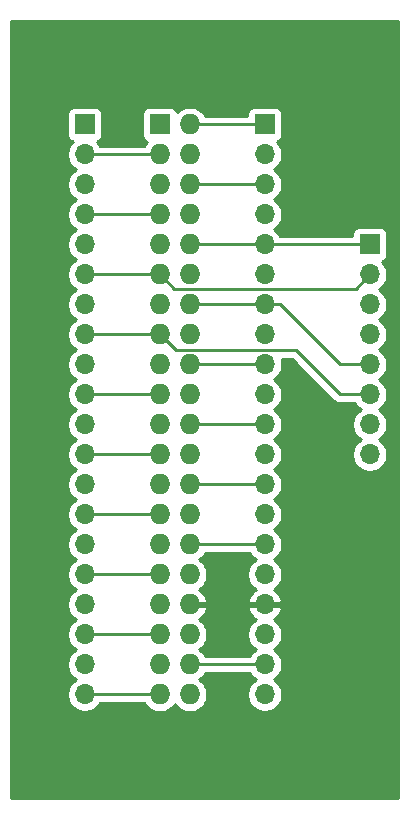
<source format=gbr>
%TF.GenerationSoftware,KiCad,Pcbnew,(5.1.6)-1*%
%TF.CreationDate,2020-08-11T03:39:42+02:00*%
%TF.ProjectId,Z80MiniFrameProtoConn,5a38304d-696e-4694-9672-616d6550726f,rev?*%
%TF.SameCoordinates,Original*%
%TF.FileFunction,Copper,L2,Bot*%
%TF.FilePolarity,Positive*%
%FSLAX46Y46*%
G04 Gerber Fmt 4.6, Leading zero omitted, Abs format (unit mm)*
G04 Created by KiCad (PCBNEW (5.1.6)-1) date 2020-08-11 03:39:42*
%MOMM*%
%LPD*%
G01*
G04 APERTURE LIST*
%TA.AperFunction,ComponentPad*%
%ADD10O,1.700000X1.700000*%
%TD*%
%TA.AperFunction,ComponentPad*%
%ADD11R,1.700000X1.700000*%
%TD*%
%TA.AperFunction,ComponentPad*%
%ADD12O,1.727200X1.727200*%
%TD*%
%TA.AperFunction,ComponentPad*%
%ADD13R,1.727200X1.727200*%
%TD*%
%TA.AperFunction,Conductor*%
%ADD14C,0.250000*%
%TD*%
%TA.AperFunction,Conductor*%
%ADD15C,0.254000*%
%TD*%
G04 APERTURE END LIST*
D10*
%TO.P,J4,8*%
%TO.N,/D7*%
X152400000Y-97790000D03*
%TO.P,J4,7*%
%TO.N,/D6*%
X152400000Y-95250000D03*
%TO.P,J4,6*%
%TO.N,/D5*%
X152400000Y-92710000D03*
%TO.P,J4,5*%
%TO.N,/D4*%
X152400000Y-90170000D03*
%TO.P,J4,4*%
%TO.N,/D3*%
X152400000Y-87630000D03*
%TO.P,J4,3*%
%TO.N,/D2*%
X152400000Y-85090000D03*
%TO.P,J4,2*%
%TO.N,/D1*%
X152400000Y-82550000D03*
D11*
%TO.P,J4,1*%
%TO.N,/D0*%
X152400000Y-80010000D03*
%TD*%
D10*
%TO.P,J3,20*%
%TO.N,Net-(J1-Pad40)*%
X143510000Y-118110000D03*
%TO.P,J3,19*%
%TO.N,Net-(J1-Pad38)*%
X143510000Y-115570000D03*
%TO.P,J3,18*%
%TO.N,Net-(J1-Pad36)*%
X143510000Y-113030000D03*
%TO.P,J3,17*%
%TO.N,GND*%
X143510000Y-110490000D03*
%TO.P,J3,16*%
%TO.N,Net-(J1-Pad32)*%
X143510000Y-107950000D03*
%TO.P,J3,15*%
%TO.N,Net-(J1-Pad30)*%
X143510000Y-105410000D03*
%TO.P,J3,14*%
%TO.N,Net-(J1-Pad28)*%
X143510000Y-102870000D03*
%TO.P,J3,13*%
%TO.N,Net-(J1-Pad26)*%
X143510000Y-100330000D03*
%TO.P,J3,12*%
%TO.N,Net-(J1-Pad24)*%
X143510000Y-97790000D03*
%TO.P,J3,11*%
%TO.N,Net-(J1-Pad22)*%
X143510000Y-95250000D03*
%TO.P,J3,10*%
%TO.N,Net-(J1-Pad20)*%
X143510000Y-92710000D03*
%TO.P,J3,9*%
%TO.N,Net-(J1-Pad18)*%
X143510000Y-90170000D03*
%TO.P,J3,8*%
%TO.N,/D6*%
X143510000Y-87630000D03*
%TO.P,J3,7*%
%TO.N,/D4*%
X143510000Y-85090000D03*
%TO.P,J3,6*%
%TO.N,/D2*%
X143510000Y-82550000D03*
%TO.P,J3,5*%
%TO.N,/D0*%
X143510000Y-80010000D03*
%TO.P,J3,4*%
%TO.N,Net-(J1-Pad8)*%
X143510000Y-77470000D03*
%TO.P,J3,3*%
%TO.N,Net-(J1-Pad6)*%
X143510000Y-74930000D03*
%TO.P,J3,2*%
%TO.N,Net-(J1-Pad4)*%
X143510000Y-72390000D03*
D11*
%TO.P,J3,1*%
%TO.N,Net-(J1-Pad2)*%
X143510000Y-69850000D03*
%TD*%
D10*
%TO.P,J2,20*%
%TO.N,Net-(J1-Pad39)*%
X128270000Y-118110000D03*
%TO.P,J2,19*%
%TO.N,Net-(J1-Pad37)*%
X128270000Y-115570000D03*
%TO.P,J2,18*%
%TO.N,Net-(J1-Pad35)*%
X128270000Y-113030000D03*
%TO.P,J2,17*%
%TO.N,Net-(J1-Pad33)*%
X128270000Y-110490000D03*
%TO.P,J2,16*%
%TO.N,Net-(J1-Pad31)*%
X128270000Y-107950000D03*
%TO.P,J2,15*%
%TO.N,Net-(J1-Pad29)*%
X128270000Y-105410000D03*
%TO.P,J2,14*%
%TO.N,Net-(J1-Pad27)*%
X128270000Y-102870000D03*
%TO.P,J2,13*%
%TO.N,Net-(J1-Pad25)*%
X128270000Y-100330000D03*
%TO.P,J2,12*%
%TO.N,Net-(J1-Pad23)*%
X128270000Y-97790000D03*
%TO.P,J2,11*%
%TO.N,Net-(J1-Pad21)*%
X128270000Y-95250000D03*
%TO.P,J2,10*%
%TO.N,Net-(J1-Pad19)*%
X128270000Y-92710000D03*
%TO.P,J2,9*%
%TO.N,/D7*%
X128270000Y-90170000D03*
%TO.P,J2,8*%
%TO.N,/D5*%
X128270000Y-87630000D03*
%TO.P,J2,7*%
%TO.N,/D3*%
X128270000Y-85090000D03*
%TO.P,J2,6*%
%TO.N,/D1*%
X128270000Y-82550000D03*
%TO.P,J2,5*%
%TO.N,VCC*%
X128270000Y-80010000D03*
%TO.P,J2,4*%
%TO.N,Net-(J1-Pad7)*%
X128270000Y-77470000D03*
%TO.P,J2,3*%
%TO.N,Net-(J1-Pad5)*%
X128270000Y-74930000D03*
%TO.P,J2,2*%
%TO.N,Net-(J1-Pad3)*%
X128270000Y-72390000D03*
D11*
%TO.P,J2,1*%
%TO.N,Net-(J1-Pad1)*%
X128270000Y-69850000D03*
%TD*%
D12*
%TO.P,J1,40*%
%TO.N,Net-(J1-Pad40)*%
X137160000Y-118110000D03*
%TO.P,J1,39*%
%TO.N,Net-(J1-Pad39)*%
X134620000Y-118110000D03*
%TO.P,J1,38*%
%TO.N,Net-(J1-Pad38)*%
X137160000Y-115570000D03*
%TO.P,J1,37*%
%TO.N,Net-(J1-Pad37)*%
X134620000Y-115570000D03*
%TO.P,J1,36*%
%TO.N,Net-(J1-Pad36)*%
X137160000Y-113030000D03*
%TO.P,J1,35*%
%TO.N,Net-(J1-Pad35)*%
X134620000Y-113030000D03*
%TO.P,J1,34*%
%TO.N,GND*%
X137160000Y-110490000D03*
%TO.P,J1,33*%
%TO.N,Net-(J1-Pad33)*%
X134620000Y-110490000D03*
%TO.P,J1,32*%
%TO.N,Net-(J1-Pad32)*%
X137160000Y-107950000D03*
%TO.P,J1,31*%
%TO.N,Net-(J1-Pad31)*%
X134620000Y-107950000D03*
%TO.P,J1,30*%
%TO.N,Net-(J1-Pad30)*%
X137160000Y-105410000D03*
%TO.P,J1,29*%
%TO.N,Net-(J1-Pad29)*%
X134620000Y-105410000D03*
%TO.P,J1,28*%
%TO.N,Net-(J1-Pad28)*%
X137160000Y-102870000D03*
%TO.P,J1,27*%
%TO.N,Net-(J1-Pad27)*%
X134620000Y-102870000D03*
%TO.P,J1,26*%
%TO.N,Net-(J1-Pad26)*%
X137160000Y-100330000D03*
%TO.P,J1,25*%
%TO.N,Net-(J1-Pad25)*%
X134620000Y-100330000D03*
%TO.P,J1,24*%
%TO.N,Net-(J1-Pad24)*%
X137160000Y-97790000D03*
%TO.P,J1,23*%
%TO.N,Net-(J1-Pad23)*%
X134620000Y-97790000D03*
%TO.P,J1,22*%
%TO.N,Net-(J1-Pad22)*%
X137160000Y-95250000D03*
%TO.P,J1,21*%
%TO.N,Net-(J1-Pad21)*%
X134620000Y-95250000D03*
%TO.P,J1,20*%
%TO.N,Net-(J1-Pad20)*%
X137160000Y-92710000D03*
%TO.P,J1,19*%
%TO.N,Net-(J1-Pad19)*%
X134620000Y-92710000D03*
%TO.P,J1,18*%
%TO.N,Net-(J1-Pad18)*%
X137160000Y-90170000D03*
%TO.P,J1,17*%
%TO.N,/D7*%
X134620000Y-90170000D03*
%TO.P,J1,16*%
%TO.N,/D6*%
X137160000Y-87630000D03*
%TO.P,J1,15*%
%TO.N,/D5*%
X134620000Y-87630000D03*
%TO.P,J1,14*%
%TO.N,/D4*%
X137160000Y-85090000D03*
%TO.P,J1,13*%
%TO.N,/D3*%
X134620000Y-85090000D03*
%TO.P,J1,12*%
%TO.N,/D2*%
X137160000Y-82550000D03*
%TO.P,J1,11*%
%TO.N,/D1*%
X134620000Y-82550000D03*
%TO.P,J1,10*%
%TO.N,/D0*%
X137160000Y-80010000D03*
%TO.P,J1,9*%
%TO.N,VCC*%
X134620000Y-80010000D03*
%TO.P,J1,8*%
%TO.N,Net-(J1-Pad8)*%
X137160000Y-77470000D03*
%TO.P,J1,7*%
%TO.N,Net-(J1-Pad7)*%
X134620000Y-77470000D03*
%TO.P,J1,6*%
%TO.N,Net-(J1-Pad6)*%
X137160000Y-74930000D03*
%TO.P,J1,5*%
%TO.N,Net-(J1-Pad5)*%
X134620000Y-74930000D03*
%TO.P,J1,4*%
%TO.N,Net-(J1-Pad4)*%
X137160000Y-72390000D03*
%TO.P,J1,3*%
%TO.N,Net-(J1-Pad3)*%
X134620000Y-72390000D03*
%TO.P,J1,2*%
%TO.N,Net-(J1-Pad2)*%
X137160000Y-69850000D03*
D13*
%TO.P,J1,1*%
%TO.N,Net-(J1-Pad1)*%
X134620000Y-69850000D03*
%TD*%
D14*
%TO.N,Net-(J1-Pad39)*%
X128270000Y-118110000D02*
X134620000Y-118110000D01*
%TO.N,Net-(J1-Pad38)*%
X137160000Y-115570000D02*
X143510000Y-115570000D01*
%TO.N,Net-(J1-Pad35)*%
X128270000Y-113030000D02*
X134620000Y-113030000D01*
%TO.N,Net-(J1-Pad31)*%
X128270000Y-107950000D02*
X134620000Y-107950000D01*
%TO.N,Net-(J1-Pad30)*%
X137160000Y-105410000D02*
X143510000Y-105410000D01*
%TO.N,Net-(J1-Pad27)*%
X128270000Y-102870000D02*
X134620000Y-102870000D01*
%TO.N,Net-(J1-Pad26)*%
X137160000Y-100330000D02*
X143510000Y-100330000D01*
%TO.N,Net-(J1-Pad23)*%
X128270000Y-97790000D02*
X134620000Y-97790000D01*
%TO.N,Net-(J1-Pad22)*%
X137160000Y-95250000D02*
X143510000Y-95250000D01*
%TO.N,Net-(J1-Pad19)*%
X128270000Y-92710000D02*
X134620000Y-92710000D01*
%TO.N,Net-(J1-Pad18)*%
X137160000Y-90170000D02*
X143510000Y-90170000D01*
%TO.N,/D5*%
X128270000Y-87630000D02*
X134620000Y-87630000D01*
%TO.N,/D4*%
X137160000Y-85090000D02*
X143510000Y-85090000D01*
%TO.N,/D1*%
X128270000Y-82550000D02*
X134620000Y-82550000D01*
%TO.N,/D0*%
X137160000Y-80010000D02*
X143510000Y-80010000D01*
%TO.N,Net-(J1-Pad7)*%
X128270000Y-77470000D02*
X134620000Y-77470000D01*
%TO.N,Net-(J1-Pad6)*%
X137160000Y-74930000D02*
X143510000Y-74930000D01*
%TO.N,Net-(J1-Pad3)*%
X128270000Y-72390000D02*
X134620000Y-72390000D01*
%TO.N,Net-(J1-Pad2)*%
X137160000Y-69850000D02*
X143510000Y-69850000D01*
%TO.N,/D5*%
X135971399Y-88981399D02*
X146131399Y-88981399D01*
X134620000Y-87630000D02*
X135971399Y-88981399D01*
X149860000Y-92710000D02*
X152400000Y-92710000D01*
X146131399Y-88981399D02*
X149860000Y-92710000D01*
%TO.N,/D4*%
X143510000Y-85090000D02*
X144780000Y-85090000D01*
X149860000Y-90170000D02*
X152400000Y-90170000D01*
X144780000Y-85090000D02*
X149860000Y-90170000D01*
%TO.N,/D1*%
X151211399Y-83738601D02*
X152400000Y-82550000D01*
X135808601Y-83738601D02*
X151211399Y-83738601D01*
X134620000Y-82550000D02*
X135808601Y-83738601D01*
%TO.N,/D0*%
X143510000Y-80010000D02*
X152400000Y-80010000D01*
%TD*%
D15*
%TO.N,GND*%
G36*
X154813000Y-126873000D02*
G01*
X122047000Y-126873000D01*
X122047000Y-69000000D01*
X126781928Y-69000000D01*
X126781928Y-70700000D01*
X126794188Y-70824482D01*
X126830498Y-70944180D01*
X126889463Y-71054494D01*
X126968815Y-71151185D01*
X127065506Y-71230537D01*
X127175820Y-71289502D01*
X127248380Y-71311513D01*
X127116525Y-71443368D01*
X126954010Y-71686589D01*
X126842068Y-71956842D01*
X126785000Y-72243740D01*
X126785000Y-72536260D01*
X126842068Y-72823158D01*
X126954010Y-73093411D01*
X127116525Y-73336632D01*
X127323368Y-73543475D01*
X127497760Y-73660000D01*
X127323368Y-73776525D01*
X127116525Y-73983368D01*
X126954010Y-74226589D01*
X126842068Y-74496842D01*
X126785000Y-74783740D01*
X126785000Y-75076260D01*
X126842068Y-75363158D01*
X126954010Y-75633411D01*
X127116525Y-75876632D01*
X127323368Y-76083475D01*
X127497760Y-76200000D01*
X127323368Y-76316525D01*
X127116525Y-76523368D01*
X126954010Y-76766589D01*
X126842068Y-77036842D01*
X126785000Y-77323740D01*
X126785000Y-77616260D01*
X126842068Y-77903158D01*
X126954010Y-78173411D01*
X127116525Y-78416632D01*
X127323368Y-78623475D01*
X127497760Y-78740000D01*
X127323368Y-78856525D01*
X127116525Y-79063368D01*
X126954010Y-79306589D01*
X126842068Y-79576842D01*
X126785000Y-79863740D01*
X126785000Y-80156260D01*
X126842068Y-80443158D01*
X126954010Y-80713411D01*
X127116525Y-80956632D01*
X127323368Y-81163475D01*
X127497760Y-81280000D01*
X127323368Y-81396525D01*
X127116525Y-81603368D01*
X126954010Y-81846589D01*
X126842068Y-82116842D01*
X126785000Y-82403740D01*
X126785000Y-82696260D01*
X126842068Y-82983158D01*
X126954010Y-83253411D01*
X127116525Y-83496632D01*
X127323368Y-83703475D01*
X127497760Y-83820000D01*
X127323368Y-83936525D01*
X127116525Y-84143368D01*
X126954010Y-84386589D01*
X126842068Y-84656842D01*
X126785000Y-84943740D01*
X126785000Y-85236260D01*
X126842068Y-85523158D01*
X126954010Y-85793411D01*
X127116525Y-86036632D01*
X127323368Y-86243475D01*
X127497760Y-86360000D01*
X127323368Y-86476525D01*
X127116525Y-86683368D01*
X126954010Y-86926589D01*
X126842068Y-87196842D01*
X126785000Y-87483740D01*
X126785000Y-87776260D01*
X126842068Y-88063158D01*
X126954010Y-88333411D01*
X127116525Y-88576632D01*
X127323368Y-88783475D01*
X127497760Y-88900000D01*
X127323368Y-89016525D01*
X127116525Y-89223368D01*
X126954010Y-89466589D01*
X126842068Y-89736842D01*
X126785000Y-90023740D01*
X126785000Y-90316260D01*
X126842068Y-90603158D01*
X126954010Y-90873411D01*
X127116525Y-91116632D01*
X127323368Y-91323475D01*
X127497760Y-91440000D01*
X127323368Y-91556525D01*
X127116525Y-91763368D01*
X126954010Y-92006589D01*
X126842068Y-92276842D01*
X126785000Y-92563740D01*
X126785000Y-92856260D01*
X126842068Y-93143158D01*
X126954010Y-93413411D01*
X127116525Y-93656632D01*
X127323368Y-93863475D01*
X127497760Y-93980000D01*
X127323368Y-94096525D01*
X127116525Y-94303368D01*
X126954010Y-94546589D01*
X126842068Y-94816842D01*
X126785000Y-95103740D01*
X126785000Y-95396260D01*
X126842068Y-95683158D01*
X126954010Y-95953411D01*
X127116525Y-96196632D01*
X127323368Y-96403475D01*
X127497760Y-96520000D01*
X127323368Y-96636525D01*
X127116525Y-96843368D01*
X126954010Y-97086589D01*
X126842068Y-97356842D01*
X126785000Y-97643740D01*
X126785000Y-97936260D01*
X126842068Y-98223158D01*
X126954010Y-98493411D01*
X127116525Y-98736632D01*
X127323368Y-98943475D01*
X127497760Y-99060000D01*
X127323368Y-99176525D01*
X127116525Y-99383368D01*
X126954010Y-99626589D01*
X126842068Y-99896842D01*
X126785000Y-100183740D01*
X126785000Y-100476260D01*
X126842068Y-100763158D01*
X126954010Y-101033411D01*
X127116525Y-101276632D01*
X127323368Y-101483475D01*
X127497760Y-101600000D01*
X127323368Y-101716525D01*
X127116525Y-101923368D01*
X126954010Y-102166589D01*
X126842068Y-102436842D01*
X126785000Y-102723740D01*
X126785000Y-103016260D01*
X126842068Y-103303158D01*
X126954010Y-103573411D01*
X127116525Y-103816632D01*
X127323368Y-104023475D01*
X127497760Y-104140000D01*
X127323368Y-104256525D01*
X127116525Y-104463368D01*
X126954010Y-104706589D01*
X126842068Y-104976842D01*
X126785000Y-105263740D01*
X126785000Y-105556260D01*
X126842068Y-105843158D01*
X126954010Y-106113411D01*
X127116525Y-106356632D01*
X127323368Y-106563475D01*
X127497760Y-106680000D01*
X127323368Y-106796525D01*
X127116525Y-107003368D01*
X126954010Y-107246589D01*
X126842068Y-107516842D01*
X126785000Y-107803740D01*
X126785000Y-108096260D01*
X126842068Y-108383158D01*
X126954010Y-108653411D01*
X127116525Y-108896632D01*
X127323368Y-109103475D01*
X127497760Y-109220000D01*
X127323368Y-109336525D01*
X127116525Y-109543368D01*
X126954010Y-109786589D01*
X126842068Y-110056842D01*
X126785000Y-110343740D01*
X126785000Y-110636260D01*
X126842068Y-110923158D01*
X126954010Y-111193411D01*
X127116525Y-111436632D01*
X127323368Y-111643475D01*
X127497760Y-111760000D01*
X127323368Y-111876525D01*
X127116525Y-112083368D01*
X126954010Y-112326589D01*
X126842068Y-112596842D01*
X126785000Y-112883740D01*
X126785000Y-113176260D01*
X126842068Y-113463158D01*
X126954010Y-113733411D01*
X127116525Y-113976632D01*
X127323368Y-114183475D01*
X127497760Y-114300000D01*
X127323368Y-114416525D01*
X127116525Y-114623368D01*
X126954010Y-114866589D01*
X126842068Y-115136842D01*
X126785000Y-115423740D01*
X126785000Y-115716260D01*
X126842068Y-116003158D01*
X126954010Y-116273411D01*
X127116525Y-116516632D01*
X127323368Y-116723475D01*
X127497760Y-116840000D01*
X127323368Y-116956525D01*
X127116525Y-117163368D01*
X126954010Y-117406589D01*
X126842068Y-117676842D01*
X126785000Y-117963740D01*
X126785000Y-118256260D01*
X126842068Y-118543158D01*
X126954010Y-118813411D01*
X127116525Y-119056632D01*
X127323368Y-119263475D01*
X127566589Y-119425990D01*
X127836842Y-119537932D01*
X128123740Y-119595000D01*
X128416260Y-119595000D01*
X128703158Y-119537932D01*
X128973411Y-119425990D01*
X129216632Y-119263475D01*
X129423475Y-119056632D01*
X129548178Y-118870000D01*
X133325465Y-118870000D01*
X133455961Y-119065302D01*
X133664698Y-119274039D01*
X133910147Y-119438042D01*
X134182875Y-119551010D01*
X134472401Y-119608600D01*
X134767599Y-119608600D01*
X135057125Y-119551010D01*
X135329853Y-119438042D01*
X135575302Y-119274039D01*
X135784039Y-119065302D01*
X135890000Y-118906719D01*
X135995961Y-119065302D01*
X136204698Y-119274039D01*
X136450147Y-119438042D01*
X136722875Y-119551010D01*
X137012401Y-119608600D01*
X137307599Y-119608600D01*
X137597125Y-119551010D01*
X137869853Y-119438042D01*
X138115302Y-119274039D01*
X138324039Y-119065302D01*
X138488042Y-118819853D01*
X138601010Y-118547125D01*
X138658600Y-118257599D01*
X138658600Y-117962401D01*
X138601010Y-117672875D01*
X138488042Y-117400147D01*
X138324039Y-117154698D01*
X138115302Y-116945961D01*
X137956719Y-116840000D01*
X138115302Y-116734039D01*
X138324039Y-116525302D01*
X138454535Y-116330000D01*
X142231822Y-116330000D01*
X142356525Y-116516632D01*
X142563368Y-116723475D01*
X142737760Y-116840000D01*
X142563368Y-116956525D01*
X142356525Y-117163368D01*
X142194010Y-117406589D01*
X142082068Y-117676842D01*
X142025000Y-117963740D01*
X142025000Y-118256260D01*
X142082068Y-118543158D01*
X142194010Y-118813411D01*
X142356525Y-119056632D01*
X142563368Y-119263475D01*
X142806589Y-119425990D01*
X143076842Y-119537932D01*
X143363740Y-119595000D01*
X143656260Y-119595000D01*
X143943158Y-119537932D01*
X144213411Y-119425990D01*
X144456632Y-119263475D01*
X144663475Y-119056632D01*
X144825990Y-118813411D01*
X144937932Y-118543158D01*
X144995000Y-118256260D01*
X144995000Y-117963740D01*
X144937932Y-117676842D01*
X144825990Y-117406589D01*
X144663475Y-117163368D01*
X144456632Y-116956525D01*
X144282240Y-116840000D01*
X144456632Y-116723475D01*
X144663475Y-116516632D01*
X144825990Y-116273411D01*
X144937932Y-116003158D01*
X144995000Y-115716260D01*
X144995000Y-115423740D01*
X144937932Y-115136842D01*
X144825990Y-114866589D01*
X144663475Y-114623368D01*
X144456632Y-114416525D01*
X144282240Y-114300000D01*
X144456632Y-114183475D01*
X144663475Y-113976632D01*
X144825990Y-113733411D01*
X144937932Y-113463158D01*
X144995000Y-113176260D01*
X144995000Y-112883740D01*
X144937932Y-112596842D01*
X144825990Y-112326589D01*
X144663475Y-112083368D01*
X144456632Y-111876525D01*
X144274466Y-111754805D01*
X144391355Y-111685178D01*
X144607588Y-111490269D01*
X144781641Y-111256920D01*
X144906825Y-110994099D01*
X144951476Y-110846890D01*
X144830155Y-110617000D01*
X143637000Y-110617000D01*
X143637000Y-110637000D01*
X143383000Y-110637000D01*
X143383000Y-110617000D01*
X142189845Y-110617000D01*
X142068524Y-110846890D01*
X142113175Y-110994099D01*
X142238359Y-111256920D01*
X142412412Y-111490269D01*
X142628645Y-111685178D01*
X142745534Y-111754805D01*
X142563368Y-111876525D01*
X142356525Y-112083368D01*
X142194010Y-112326589D01*
X142082068Y-112596842D01*
X142025000Y-112883740D01*
X142025000Y-113176260D01*
X142082068Y-113463158D01*
X142194010Y-113733411D01*
X142356525Y-113976632D01*
X142563368Y-114183475D01*
X142737760Y-114300000D01*
X142563368Y-114416525D01*
X142356525Y-114623368D01*
X142231822Y-114810000D01*
X138454535Y-114810000D01*
X138324039Y-114614698D01*
X138115302Y-114405961D01*
X137956719Y-114300000D01*
X138115302Y-114194039D01*
X138324039Y-113985302D01*
X138488042Y-113739853D01*
X138601010Y-113467125D01*
X138658600Y-113177599D01*
X138658600Y-112882401D01*
X138601010Y-112592875D01*
X138488042Y-112320147D01*
X138324039Y-112074698D01*
X138115302Y-111865961D01*
X137949897Y-111755441D01*
X138048488Y-111696817D01*
X138266854Y-111500293D01*
X138442684Y-111264944D01*
X138569222Y-110999814D01*
X138614958Y-110849026D01*
X138493817Y-110617000D01*
X137287000Y-110617000D01*
X137287000Y-110637000D01*
X137033000Y-110637000D01*
X137033000Y-110617000D01*
X137013000Y-110617000D01*
X137013000Y-110363000D01*
X137033000Y-110363000D01*
X137033000Y-110343000D01*
X137287000Y-110343000D01*
X137287000Y-110363000D01*
X138493817Y-110363000D01*
X138614958Y-110130974D01*
X138569222Y-109980186D01*
X138442684Y-109715056D01*
X138266854Y-109479707D01*
X138048488Y-109283183D01*
X137949897Y-109224559D01*
X138115302Y-109114039D01*
X138324039Y-108905302D01*
X138488042Y-108659853D01*
X138601010Y-108387125D01*
X138658600Y-108097599D01*
X138658600Y-107802401D01*
X138601010Y-107512875D01*
X138488042Y-107240147D01*
X138324039Y-106994698D01*
X138115302Y-106785961D01*
X137956719Y-106680000D01*
X138115302Y-106574039D01*
X138324039Y-106365302D01*
X138454535Y-106170000D01*
X142231822Y-106170000D01*
X142356525Y-106356632D01*
X142563368Y-106563475D01*
X142737760Y-106680000D01*
X142563368Y-106796525D01*
X142356525Y-107003368D01*
X142194010Y-107246589D01*
X142082068Y-107516842D01*
X142025000Y-107803740D01*
X142025000Y-108096260D01*
X142082068Y-108383158D01*
X142194010Y-108653411D01*
X142356525Y-108896632D01*
X142563368Y-109103475D01*
X142745534Y-109225195D01*
X142628645Y-109294822D01*
X142412412Y-109489731D01*
X142238359Y-109723080D01*
X142113175Y-109985901D01*
X142068524Y-110133110D01*
X142189845Y-110363000D01*
X143383000Y-110363000D01*
X143383000Y-110343000D01*
X143637000Y-110343000D01*
X143637000Y-110363000D01*
X144830155Y-110363000D01*
X144951476Y-110133110D01*
X144906825Y-109985901D01*
X144781641Y-109723080D01*
X144607588Y-109489731D01*
X144391355Y-109294822D01*
X144274466Y-109225195D01*
X144456632Y-109103475D01*
X144663475Y-108896632D01*
X144825990Y-108653411D01*
X144937932Y-108383158D01*
X144995000Y-108096260D01*
X144995000Y-107803740D01*
X144937932Y-107516842D01*
X144825990Y-107246589D01*
X144663475Y-107003368D01*
X144456632Y-106796525D01*
X144282240Y-106680000D01*
X144456632Y-106563475D01*
X144663475Y-106356632D01*
X144825990Y-106113411D01*
X144937932Y-105843158D01*
X144995000Y-105556260D01*
X144995000Y-105263740D01*
X144937932Y-104976842D01*
X144825990Y-104706589D01*
X144663475Y-104463368D01*
X144456632Y-104256525D01*
X144282240Y-104140000D01*
X144456632Y-104023475D01*
X144663475Y-103816632D01*
X144825990Y-103573411D01*
X144937932Y-103303158D01*
X144995000Y-103016260D01*
X144995000Y-102723740D01*
X144937932Y-102436842D01*
X144825990Y-102166589D01*
X144663475Y-101923368D01*
X144456632Y-101716525D01*
X144282240Y-101600000D01*
X144456632Y-101483475D01*
X144663475Y-101276632D01*
X144825990Y-101033411D01*
X144937932Y-100763158D01*
X144995000Y-100476260D01*
X144995000Y-100183740D01*
X144937932Y-99896842D01*
X144825990Y-99626589D01*
X144663475Y-99383368D01*
X144456632Y-99176525D01*
X144282240Y-99060000D01*
X144456632Y-98943475D01*
X144663475Y-98736632D01*
X144825990Y-98493411D01*
X144937932Y-98223158D01*
X144995000Y-97936260D01*
X144995000Y-97643740D01*
X144937932Y-97356842D01*
X144825990Y-97086589D01*
X144663475Y-96843368D01*
X144456632Y-96636525D01*
X144282240Y-96520000D01*
X144456632Y-96403475D01*
X144663475Y-96196632D01*
X144825990Y-95953411D01*
X144937932Y-95683158D01*
X144995000Y-95396260D01*
X144995000Y-95103740D01*
X144937932Y-94816842D01*
X144825990Y-94546589D01*
X144663475Y-94303368D01*
X144456632Y-94096525D01*
X144282240Y-93980000D01*
X144456632Y-93863475D01*
X144663475Y-93656632D01*
X144825990Y-93413411D01*
X144937932Y-93143158D01*
X144995000Y-92856260D01*
X144995000Y-92563740D01*
X144937932Y-92276842D01*
X144825990Y-92006589D01*
X144663475Y-91763368D01*
X144456632Y-91556525D01*
X144282240Y-91440000D01*
X144456632Y-91323475D01*
X144663475Y-91116632D01*
X144825990Y-90873411D01*
X144937932Y-90603158D01*
X144995000Y-90316260D01*
X144995000Y-90023740D01*
X144938838Y-89741399D01*
X145816598Y-89741399D01*
X149296201Y-93221003D01*
X149319999Y-93250001D01*
X149348997Y-93273799D01*
X149435723Y-93344974D01*
X149563759Y-93413411D01*
X149567753Y-93415546D01*
X149711014Y-93459003D01*
X149822667Y-93470000D01*
X149822676Y-93470000D01*
X149859999Y-93473676D01*
X149897322Y-93470000D01*
X151121822Y-93470000D01*
X151246525Y-93656632D01*
X151453368Y-93863475D01*
X151627760Y-93980000D01*
X151453368Y-94096525D01*
X151246525Y-94303368D01*
X151084010Y-94546589D01*
X150972068Y-94816842D01*
X150915000Y-95103740D01*
X150915000Y-95396260D01*
X150972068Y-95683158D01*
X151084010Y-95953411D01*
X151246525Y-96196632D01*
X151453368Y-96403475D01*
X151627760Y-96520000D01*
X151453368Y-96636525D01*
X151246525Y-96843368D01*
X151084010Y-97086589D01*
X150972068Y-97356842D01*
X150915000Y-97643740D01*
X150915000Y-97936260D01*
X150972068Y-98223158D01*
X151084010Y-98493411D01*
X151246525Y-98736632D01*
X151453368Y-98943475D01*
X151696589Y-99105990D01*
X151966842Y-99217932D01*
X152253740Y-99275000D01*
X152546260Y-99275000D01*
X152833158Y-99217932D01*
X153103411Y-99105990D01*
X153346632Y-98943475D01*
X153553475Y-98736632D01*
X153715990Y-98493411D01*
X153827932Y-98223158D01*
X153885000Y-97936260D01*
X153885000Y-97643740D01*
X153827932Y-97356842D01*
X153715990Y-97086589D01*
X153553475Y-96843368D01*
X153346632Y-96636525D01*
X153172240Y-96520000D01*
X153346632Y-96403475D01*
X153553475Y-96196632D01*
X153715990Y-95953411D01*
X153827932Y-95683158D01*
X153885000Y-95396260D01*
X153885000Y-95103740D01*
X153827932Y-94816842D01*
X153715990Y-94546589D01*
X153553475Y-94303368D01*
X153346632Y-94096525D01*
X153172240Y-93980000D01*
X153346632Y-93863475D01*
X153553475Y-93656632D01*
X153715990Y-93413411D01*
X153827932Y-93143158D01*
X153885000Y-92856260D01*
X153885000Y-92563740D01*
X153827932Y-92276842D01*
X153715990Y-92006589D01*
X153553475Y-91763368D01*
X153346632Y-91556525D01*
X153172240Y-91440000D01*
X153346632Y-91323475D01*
X153553475Y-91116632D01*
X153715990Y-90873411D01*
X153827932Y-90603158D01*
X153885000Y-90316260D01*
X153885000Y-90023740D01*
X153827932Y-89736842D01*
X153715990Y-89466589D01*
X153553475Y-89223368D01*
X153346632Y-89016525D01*
X153172240Y-88900000D01*
X153346632Y-88783475D01*
X153553475Y-88576632D01*
X153715990Y-88333411D01*
X153827932Y-88063158D01*
X153885000Y-87776260D01*
X153885000Y-87483740D01*
X153827932Y-87196842D01*
X153715990Y-86926589D01*
X153553475Y-86683368D01*
X153346632Y-86476525D01*
X153172240Y-86360000D01*
X153346632Y-86243475D01*
X153553475Y-86036632D01*
X153715990Y-85793411D01*
X153827932Y-85523158D01*
X153885000Y-85236260D01*
X153885000Y-84943740D01*
X153827932Y-84656842D01*
X153715990Y-84386589D01*
X153553475Y-84143368D01*
X153346632Y-83936525D01*
X153172240Y-83820000D01*
X153346632Y-83703475D01*
X153553475Y-83496632D01*
X153715990Y-83253411D01*
X153827932Y-82983158D01*
X153885000Y-82696260D01*
X153885000Y-82403740D01*
X153827932Y-82116842D01*
X153715990Y-81846589D01*
X153553475Y-81603368D01*
X153421620Y-81471513D01*
X153494180Y-81449502D01*
X153604494Y-81390537D01*
X153701185Y-81311185D01*
X153780537Y-81214494D01*
X153839502Y-81104180D01*
X153875812Y-80984482D01*
X153888072Y-80860000D01*
X153888072Y-79160000D01*
X153875812Y-79035518D01*
X153839502Y-78915820D01*
X153780537Y-78805506D01*
X153701185Y-78708815D01*
X153604494Y-78629463D01*
X153494180Y-78570498D01*
X153374482Y-78534188D01*
X153250000Y-78521928D01*
X151550000Y-78521928D01*
X151425518Y-78534188D01*
X151305820Y-78570498D01*
X151195506Y-78629463D01*
X151098815Y-78708815D01*
X151019463Y-78805506D01*
X150960498Y-78915820D01*
X150924188Y-79035518D01*
X150911928Y-79160000D01*
X150911928Y-79250000D01*
X144788178Y-79250000D01*
X144663475Y-79063368D01*
X144456632Y-78856525D01*
X144282240Y-78740000D01*
X144456632Y-78623475D01*
X144663475Y-78416632D01*
X144825990Y-78173411D01*
X144937932Y-77903158D01*
X144995000Y-77616260D01*
X144995000Y-77323740D01*
X144937932Y-77036842D01*
X144825990Y-76766589D01*
X144663475Y-76523368D01*
X144456632Y-76316525D01*
X144282240Y-76200000D01*
X144456632Y-76083475D01*
X144663475Y-75876632D01*
X144825990Y-75633411D01*
X144937932Y-75363158D01*
X144995000Y-75076260D01*
X144995000Y-74783740D01*
X144937932Y-74496842D01*
X144825990Y-74226589D01*
X144663475Y-73983368D01*
X144456632Y-73776525D01*
X144282240Y-73660000D01*
X144456632Y-73543475D01*
X144663475Y-73336632D01*
X144825990Y-73093411D01*
X144937932Y-72823158D01*
X144995000Y-72536260D01*
X144995000Y-72243740D01*
X144937932Y-71956842D01*
X144825990Y-71686589D01*
X144663475Y-71443368D01*
X144531620Y-71311513D01*
X144604180Y-71289502D01*
X144714494Y-71230537D01*
X144811185Y-71151185D01*
X144890537Y-71054494D01*
X144949502Y-70944180D01*
X144985812Y-70824482D01*
X144998072Y-70700000D01*
X144998072Y-69000000D01*
X144985812Y-68875518D01*
X144949502Y-68755820D01*
X144890537Y-68645506D01*
X144811185Y-68548815D01*
X144714494Y-68469463D01*
X144604180Y-68410498D01*
X144484482Y-68374188D01*
X144360000Y-68361928D01*
X142660000Y-68361928D01*
X142535518Y-68374188D01*
X142415820Y-68410498D01*
X142305506Y-68469463D01*
X142208815Y-68548815D01*
X142129463Y-68645506D01*
X142070498Y-68755820D01*
X142034188Y-68875518D01*
X142021928Y-69000000D01*
X142021928Y-69090000D01*
X138454535Y-69090000D01*
X138324039Y-68894698D01*
X138115302Y-68685961D01*
X137869853Y-68521958D01*
X137597125Y-68408990D01*
X137307599Y-68351400D01*
X137012401Y-68351400D01*
X136722875Y-68408990D01*
X136450147Y-68521958D01*
X136204698Y-68685961D01*
X136090636Y-68800023D01*
X136073102Y-68742220D01*
X136014137Y-68631906D01*
X135934785Y-68535215D01*
X135838094Y-68455863D01*
X135727780Y-68396898D01*
X135608082Y-68360588D01*
X135483600Y-68348328D01*
X133756400Y-68348328D01*
X133631918Y-68360588D01*
X133512220Y-68396898D01*
X133401906Y-68455863D01*
X133305215Y-68535215D01*
X133225863Y-68631906D01*
X133166898Y-68742220D01*
X133130588Y-68861918D01*
X133118328Y-68986400D01*
X133118328Y-70713600D01*
X133130588Y-70838082D01*
X133166898Y-70957780D01*
X133225863Y-71068094D01*
X133305215Y-71164785D01*
X133401906Y-71244137D01*
X133512220Y-71303102D01*
X133570023Y-71320636D01*
X133455961Y-71434698D01*
X133325465Y-71630000D01*
X129548178Y-71630000D01*
X129423475Y-71443368D01*
X129291620Y-71311513D01*
X129364180Y-71289502D01*
X129474494Y-71230537D01*
X129571185Y-71151185D01*
X129650537Y-71054494D01*
X129709502Y-70944180D01*
X129745812Y-70824482D01*
X129758072Y-70700000D01*
X129758072Y-69000000D01*
X129745812Y-68875518D01*
X129709502Y-68755820D01*
X129650537Y-68645506D01*
X129571185Y-68548815D01*
X129474494Y-68469463D01*
X129364180Y-68410498D01*
X129244482Y-68374188D01*
X129120000Y-68361928D01*
X127420000Y-68361928D01*
X127295518Y-68374188D01*
X127175820Y-68410498D01*
X127065506Y-68469463D01*
X126968815Y-68548815D01*
X126889463Y-68645506D01*
X126830498Y-68755820D01*
X126794188Y-68875518D01*
X126781928Y-69000000D01*
X122047000Y-69000000D01*
X122047000Y-61087000D01*
X154813000Y-61087000D01*
X154813000Y-126873000D01*
G37*
X154813000Y-126873000D02*
X122047000Y-126873000D01*
X122047000Y-69000000D01*
X126781928Y-69000000D01*
X126781928Y-70700000D01*
X126794188Y-70824482D01*
X126830498Y-70944180D01*
X126889463Y-71054494D01*
X126968815Y-71151185D01*
X127065506Y-71230537D01*
X127175820Y-71289502D01*
X127248380Y-71311513D01*
X127116525Y-71443368D01*
X126954010Y-71686589D01*
X126842068Y-71956842D01*
X126785000Y-72243740D01*
X126785000Y-72536260D01*
X126842068Y-72823158D01*
X126954010Y-73093411D01*
X127116525Y-73336632D01*
X127323368Y-73543475D01*
X127497760Y-73660000D01*
X127323368Y-73776525D01*
X127116525Y-73983368D01*
X126954010Y-74226589D01*
X126842068Y-74496842D01*
X126785000Y-74783740D01*
X126785000Y-75076260D01*
X126842068Y-75363158D01*
X126954010Y-75633411D01*
X127116525Y-75876632D01*
X127323368Y-76083475D01*
X127497760Y-76200000D01*
X127323368Y-76316525D01*
X127116525Y-76523368D01*
X126954010Y-76766589D01*
X126842068Y-77036842D01*
X126785000Y-77323740D01*
X126785000Y-77616260D01*
X126842068Y-77903158D01*
X126954010Y-78173411D01*
X127116525Y-78416632D01*
X127323368Y-78623475D01*
X127497760Y-78740000D01*
X127323368Y-78856525D01*
X127116525Y-79063368D01*
X126954010Y-79306589D01*
X126842068Y-79576842D01*
X126785000Y-79863740D01*
X126785000Y-80156260D01*
X126842068Y-80443158D01*
X126954010Y-80713411D01*
X127116525Y-80956632D01*
X127323368Y-81163475D01*
X127497760Y-81280000D01*
X127323368Y-81396525D01*
X127116525Y-81603368D01*
X126954010Y-81846589D01*
X126842068Y-82116842D01*
X126785000Y-82403740D01*
X126785000Y-82696260D01*
X126842068Y-82983158D01*
X126954010Y-83253411D01*
X127116525Y-83496632D01*
X127323368Y-83703475D01*
X127497760Y-83820000D01*
X127323368Y-83936525D01*
X127116525Y-84143368D01*
X126954010Y-84386589D01*
X126842068Y-84656842D01*
X126785000Y-84943740D01*
X126785000Y-85236260D01*
X126842068Y-85523158D01*
X126954010Y-85793411D01*
X127116525Y-86036632D01*
X127323368Y-86243475D01*
X127497760Y-86360000D01*
X127323368Y-86476525D01*
X127116525Y-86683368D01*
X126954010Y-86926589D01*
X126842068Y-87196842D01*
X126785000Y-87483740D01*
X126785000Y-87776260D01*
X126842068Y-88063158D01*
X126954010Y-88333411D01*
X127116525Y-88576632D01*
X127323368Y-88783475D01*
X127497760Y-88900000D01*
X127323368Y-89016525D01*
X127116525Y-89223368D01*
X126954010Y-89466589D01*
X126842068Y-89736842D01*
X126785000Y-90023740D01*
X126785000Y-90316260D01*
X126842068Y-90603158D01*
X126954010Y-90873411D01*
X127116525Y-91116632D01*
X127323368Y-91323475D01*
X127497760Y-91440000D01*
X127323368Y-91556525D01*
X127116525Y-91763368D01*
X126954010Y-92006589D01*
X126842068Y-92276842D01*
X126785000Y-92563740D01*
X126785000Y-92856260D01*
X126842068Y-93143158D01*
X126954010Y-93413411D01*
X127116525Y-93656632D01*
X127323368Y-93863475D01*
X127497760Y-93980000D01*
X127323368Y-94096525D01*
X127116525Y-94303368D01*
X126954010Y-94546589D01*
X126842068Y-94816842D01*
X126785000Y-95103740D01*
X126785000Y-95396260D01*
X126842068Y-95683158D01*
X126954010Y-95953411D01*
X127116525Y-96196632D01*
X127323368Y-96403475D01*
X127497760Y-96520000D01*
X127323368Y-96636525D01*
X127116525Y-96843368D01*
X126954010Y-97086589D01*
X126842068Y-97356842D01*
X126785000Y-97643740D01*
X126785000Y-97936260D01*
X126842068Y-98223158D01*
X126954010Y-98493411D01*
X127116525Y-98736632D01*
X127323368Y-98943475D01*
X127497760Y-99060000D01*
X127323368Y-99176525D01*
X127116525Y-99383368D01*
X126954010Y-99626589D01*
X126842068Y-99896842D01*
X126785000Y-100183740D01*
X126785000Y-100476260D01*
X126842068Y-100763158D01*
X126954010Y-101033411D01*
X127116525Y-101276632D01*
X127323368Y-101483475D01*
X127497760Y-101600000D01*
X127323368Y-101716525D01*
X127116525Y-101923368D01*
X126954010Y-102166589D01*
X126842068Y-102436842D01*
X126785000Y-102723740D01*
X126785000Y-103016260D01*
X126842068Y-103303158D01*
X126954010Y-103573411D01*
X127116525Y-103816632D01*
X127323368Y-104023475D01*
X127497760Y-104140000D01*
X127323368Y-104256525D01*
X127116525Y-104463368D01*
X126954010Y-104706589D01*
X126842068Y-104976842D01*
X126785000Y-105263740D01*
X126785000Y-105556260D01*
X126842068Y-105843158D01*
X126954010Y-106113411D01*
X127116525Y-106356632D01*
X127323368Y-106563475D01*
X127497760Y-106680000D01*
X127323368Y-106796525D01*
X127116525Y-107003368D01*
X126954010Y-107246589D01*
X126842068Y-107516842D01*
X126785000Y-107803740D01*
X126785000Y-108096260D01*
X126842068Y-108383158D01*
X126954010Y-108653411D01*
X127116525Y-108896632D01*
X127323368Y-109103475D01*
X127497760Y-109220000D01*
X127323368Y-109336525D01*
X127116525Y-109543368D01*
X126954010Y-109786589D01*
X126842068Y-110056842D01*
X126785000Y-110343740D01*
X126785000Y-110636260D01*
X126842068Y-110923158D01*
X126954010Y-111193411D01*
X127116525Y-111436632D01*
X127323368Y-111643475D01*
X127497760Y-111760000D01*
X127323368Y-111876525D01*
X127116525Y-112083368D01*
X126954010Y-112326589D01*
X126842068Y-112596842D01*
X126785000Y-112883740D01*
X126785000Y-113176260D01*
X126842068Y-113463158D01*
X126954010Y-113733411D01*
X127116525Y-113976632D01*
X127323368Y-114183475D01*
X127497760Y-114300000D01*
X127323368Y-114416525D01*
X127116525Y-114623368D01*
X126954010Y-114866589D01*
X126842068Y-115136842D01*
X126785000Y-115423740D01*
X126785000Y-115716260D01*
X126842068Y-116003158D01*
X126954010Y-116273411D01*
X127116525Y-116516632D01*
X127323368Y-116723475D01*
X127497760Y-116840000D01*
X127323368Y-116956525D01*
X127116525Y-117163368D01*
X126954010Y-117406589D01*
X126842068Y-117676842D01*
X126785000Y-117963740D01*
X126785000Y-118256260D01*
X126842068Y-118543158D01*
X126954010Y-118813411D01*
X127116525Y-119056632D01*
X127323368Y-119263475D01*
X127566589Y-119425990D01*
X127836842Y-119537932D01*
X128123740Y-119595000D01*
X128416260Y-119595000D01*
X128703158Y-119537932D01*
X128973411Y-119425990D01*
X129216632Y-119263475D01*
X129423475Y-119056632D01*
X129548178Y-118870000D01*
X133325465Y-118870000D01*
X133455961Y-119065302D01*
X133664698Y-119274039D01*
X133910147Y-119438042D01*
X134182875Y-119551010D01*
X134472401Y-119608600D01*
X134767599Y-119608600D01*
X135057125Y-119551010D01*
X135329853Y-119438042D01*
X135575302Y-119274039D01*
X135784039Y-119065302D01*
X135890000Y-118906719D01*
X135995961Y-119065302D01*
X136204698Y-119274039D01*
X136450147Y-119438042D01*
X136722875Y-119551010D01*
X137012401Y-119608600D01*
X137307599Y-119608600D01*
X137597125Y-119551010D01*
X137869853Y-119438042D01*
X138115302Y-119274039D01*
X138324039Y-119065302D01*
X138488042Y-118819853D01*
X138601010Y-118547125D01*
X138658600Y-118257599D01*
X138658600Y-117962401D01*
X138601010Y-117672875D01*
X138488042Y-117400147D01*
X138324039Y-117154698D01*
X138115302Y-116945961D01*
X137956719Y-116840000D01*
X138115302Y-116734039D01*
X138324039Y-116525302D01*
X138454535Y-116330000D01*
X142231822Y-116330000D01*
X142356525Y-116516632D01*
X142563368Y-116723475D01*
X142737760Y-116840000D01*
X142563368Y-116956525D01*
X142356525Y-117163368D01*
X142194010Y-117406589D01*
X142082068Y-117676842D01*
X142025000Y-117963740D01*
X142025000Y-118256260D01*
X142082068Y-118543158D01*
X142194010Y-118813411D01*
X142356525Y-119056632D01*
X142563368Y-119263475D01*
X142806589Y-119425990D01*
X143076842Y-119537932D01*
X143363740Y-119595000D01*
X143656260Y-119595000D01*
X143943158Y-119537932D01*
X144213411Y-119425990D01*
X144456632Y-119263475D01*
X144663475Y-119056632D01*
X144825990Y-118813411D01*
X144937932Y-118543158D01*
X144995000Y-118256260D01*
X144995000Y-117963740D01*
X144937932Y-117676842D01*
X144825990Y-117406589D01*
X144663475Y-117163368D01*
X144456632Y-116956525D01*
X144282240Y-116840000D01*
X144456632Y-116723475D01*
X144663475Y-116516632D01*
X144825990Y-116273411D01*
X144937932Y-116003158D01*
X144995000Y-115716260D01*
X144995000Y-115423740D01*
X144937932Y-115136842D01*
X144825990Y-114866589D01*
X144663475Y-114623368D01*
X144456632Y-114416525D01*
X144282240Y-114300000D01*
X144456632Y-114183475D01*
X144663475Y-113976632D01*
X144825990Y-113733411D01*
X144937932Y-113463158D01*
X144995000Y-113176260D01*
X144995000Y-112883740D01*
X144937932Y-112596842D01*
X144825990Y-112326589D01*
X144663475Y-112083368D01*
X144456632Y-111876525D01*
X144274466Y-111754805D01*
X144391355Y-111685178D01*
X144607588Y-111490269D01*
X144781641Y-111256920D01*
X144906825Y-110994099D01*
X144951476Y-110846890D01*
X144830155Y-110617000D01*
X143637000Y-110617000D01*
X143637000Y-110637000D01*
X143383000Y-110637000D01*
X143383000Y-110617000D01*
X142189845Y-110617000D01*
X142068524Y-110846890D01*
X142113175Y-110994099D01*
X142238359Y-111256920D01*
X142412412Y-111490269D01*
X142628645Y-111685178D01*
X142745534Y-111754805D01*
X142563368Y-111876525D01*
X142356525Y-112083368D01*
X142194010Y-112326589D01*
X142082068Y-112596842D01*
X142025000Y-112883740D01*
X142025000Y-113176260D01*
X142082068Y-113463158D01*
X142194010Y-113733411D01*
X142356525Y-113976632D01*
X142563368Y-114183475D01*
X142737760Y-114300000D01*
X142563368Y-114416525D01*
X142356525Y-114623368D01*
X142231822Y-114810000D01*
X138454535Y-114810000D01*
X138324039Y-114614698D01*
X138115302Y-114405961D01*
X137956719Y-114300000D01*
X138115302Y-114194039D01*
X138324039Y-113985302D01*
X138488042Y-113739853D01*
X138601010Y-113467125D01*
X138658600Y-113177599D01*
X138658600Y-112882401D01*
X138601010Y-112592875D01*
X138488042Y-112320147D01*
X138324039Y-112074698D01*
X138115302Y-111865961D01*
X137949897Y-111755441D01*
X138048488Y-111696817D01*
X138266854Y-111500293D01*
X138442684Y-111264944D01*
X138569222Y-110999814D01*
X138614958Y-110849026D01*
X138493817Y-110617000D01*
X137287000Y-110617000D01*
X137287000Y-110637000D01*
X137033000Y-110637000D01*
X137033000Y-110617000D01*
X137013000Y-110617000D01*
X137013000Y-110363000D01*
X137033000Y-110363000D01*
X137033000Y-110343000D01*
X137287000Y-110343000D01*
X137287000Y-110363000D01*
X138493817Y-110363000D01*
X138614958Y-110130974D01*
X138569222Y-109980186D01*
X138442684Y-109715056D01*
X138266854Y-109479707D01*
X138048488Y-109283183D01*
X137949897Y-109224559D01*
X138115302Y-109114039D01*
X138324039Y-108905302D01*
X138488042Y-108659853D01*
X138601010Y-108387125D01*
X138658600Y-108097599D01*
X138658600Y-107802401D01*
X138601010Y-107512875D01*
X138488042Y-107240147D01*
X138324039Y-106994698D01*
X138115302Y-106785961D01*
X137956719Y-106680000D01*
X138115302Y-106574039D01*
X138324039Y-106365302D01*
X138454535Y-106170000D01*
X142231822Y-106170000D01*
X142356525Y-106356632D01*
X142563368Y-106563475D01*
X142737760Y-106680000D01*
X142563368Y-106796525D01*
X142356525Y-107003368D01*
X142194010Y-107246589D01*
X142082068Y-107516842D01*
X142025000Y-107803740D01*
X142025000Y-108096260D01*
X142082068Y-108383158D01*
X142194010Y-108653411D01*
X142356525Y-108896632D01*
X142563368Y-109103475D01*
X142745534Y-109225195D01*
X142628645Y-109294822D01*
X142412412Y-109489731D01*
X142238359Y-109723080D01*
X142113175Y-109985901D01*
X142068524Y-110133110D01*
X142189845Y-110363000D01*
X143383000Y-110363000D01*
X143383000Y-110343000D01*
X143637000Y-110343000D01*
X143637000Y-110363000D01*
X144830155Y-110363000D01*
X144951476Y-110133110D01*
X144906825Y-109985901D01*
X144781641Y-109723080D01*
X144607588Y-109489731D01*
X144391355Y-109294822D01*
X144274466Y-109225195D01*
X144456632Y-109103475D01*
X144663475Y-108896632D01*
X144825990Y-108653411D01*
X144937932Y-108383158D01*
X144995000Y-108096260D01*
X144995000Y-107803740D01*
X144937932Y-107516842D01*
X144825990Y-107246589D01*
X144663475Y-107003368D01*
X144456632Y-106796525D01*
X144282240Y-106680000D01*
X144456632Y-106563475D01*
X144663475Y-106356632D01*
X144825990Y-106113411D01*
X144937932Y-105843158D01*
X144995000Y-105556260D01*
X144995000Y-105263740D01*
X144937932Y-104976842D01*
X144825990Y-104706589D01*
X144663475Y-104463368D01*
X144456632Y-104256525D01*
X144282240Y-104140000D01*
X144456632Y-104023475D01*
X144663475Y-103816632D01*
X144825990Y-103573411D01*
X144937932Y-103303158D01*
X144995000Y-103016260D01*
X144995000Y-102723740D01*
X144937932Y-102436842D01*
X144825990Y-102166589D01*
X144663475Y-101923368D01*
X144456632Y-101716525D01*
X144282240Y-101600000D01*
X144456632Y-101483475D01*
X144663475Y-101276632D01*
X144825990Y-101033411D01*
X144937932Y-100763158D01*
X144995000Y-100476260D01*
X144995000Y-100183740D01*
X144937932Y-99896842D01*
X144825990Y-99626589D01*
X144663475Y-99383368D01*
X144456632Y-99176525D01*
X144282240Y-99060000D01*
X144456632Y-98943475D01*
X144663475Y-98736632D01*
X144825990Y-98493411D01*
X144937932Y-98223158D01*
X144995000Y-97936260D01*
X144995000Y-97643740D01*
X144937932Y-97356842D01*
X144825990Y-97086589D01*
X144663475Y-96843368D01*
X144456632Y-96636525D01*
X144282240Y-96520000D01*
X144456632Y-96403475D01*
X144663475Y-96196632D01*
X144825990Y-95953411D01*
X144937932Y-95683158D01*
X144995000Y-95396260D01*
X144995000Y-95103740D01*
X144937932Y-94816842D01*
X144825990Y-94546589D01*
X144663475Y-94303368D01*
X144456632Y-94096525D01*
X144282240Y-93980000D01*
X144456632Y-93863475D01*
X144663475Y-93656632D01*
X144825990Y-93413411D01*
X144937932Y-93143158D01*
X144995000Y-92856260D01*
X144995000Y-92563740D01*
X144937932Y-92276842D01*
X144825990Y-92006589D01*
X144663475Y-91763368D01*
X144456632Y-91556525D01*
X144282240Y-91440000D01*
X144456632Y-91323475D01*
X144663475Y-91116632D01*
X144825990Y-90873411D01*
X144937932Y-90603158D01*
X144995000Y-90316260D01*
X144995000Y-90023740D01*
X144938838Y-89741399D01*
X145816598Y-89741399D01*
X149296201Y-93221003D01*
X149319999Y-93250001D01*
X149348997Y-93273799D01*
X149435723Y-93344974D01*
X149563759Y-93413411D01*
X149567753Y-93415546D01*
X149711014Y-93459003D01*
X149822667Y-93470000D01*
X149822676Y-93470000D01*
X149859999Y-93473676D01*
X149897322Y-93470000D01*
X151121822Y-93470000D01*
X151246525Y-93656632D01*
X151453368Y-93863475D01*
X151627760Y-93980000D01*
X151453368Y-94096525D01*
X151246525Y-94303368D01*
X151084010Y-94546589D01*
X150972068Y-94816842D01*
X150915000Y-95103740D01*
X150915000Y-95396260D01*
X150972068Y-95683158D01*
X151084010Y-95953411D01*
X151246525Y-96196632D01*
X151453368Y-96403475D01*
X151627760Y-96520000D01*
X151453368Y-96636525D01*
X151246525Y-96843368D01*
X151084010Y-97086589D01*
X150972068Y-97356842D01*
X150915000Y-97643740D01*
X150915000Y-97936260D01*
X150972068Y-98223158D01*
X151084010Y-98493411D01*
X151246525Y-98736632D01*
X151453368Y-98943475D01*
X151696589Y-99105990D01*
X151966842Y-99217932D01*
X152253740Y-99275000D01*
X152546260Y-99275000D01*
X152833158Y-99217932D01*
X153103411Y-99105990D01*
X153346632Y-98943475D01*
X153553475Y-98736632D01*
X153715990Y-98493411D01*
X153827932Y-98223158D01*
X153885000Y-97936260D01*
X153885000Y-97643740D01*
X153827932Y-97356842D01*
X153715990Y-97086589D01*
X153553475Y-96843368D01*
X153346632Y-96636525D01*
X153172240Y-96520000D01*
X153346632Y-96403475D01*
X153553475Y-96196632D01*
X153715990Y-95953411D01*
X153827932Y-95683158D01*
X153885000Y-95396260D01*
X153885000Y-95103740D01*
X153827932Y-94816842D01*
X153715990Y-94546589D01*
X153553475Y-94303368D01*
X153346632Y-94096525D01*
X153172240Y-93980000D01*
X153346632Y-93863475D01*
X153553475Y-93656632D01*
X153715990Y-93413411D01*
X153827932Y-93143158D01*
X153885000Y-92856260D01*
X153885000Y-92563740D01*
X153827932Y-92276842D01*
X153715990Y-92006589D01*
X153553475Y-91763368D01*
X153346632Y-91556525D01*
X153172240Y-91440000D01*
X153346632Y-91323475D01*
X153553475Y-91116632D01*
X153715990Y-90873411D01*
X153827932Y-90603158D01*
X153885000Y-90316260D01*
X153885000Y-90023740D01*
X153827932Y-89736842D01*
X153715990Y-89466589D01*
X153553475Y-89223368D01*
X153346632Y-89016525D01*
X153172240Y-88900000D01*
X153346632Y-88783475D01*
X153553475Y-88576632D01*
X153715990Y-88333411D01*
X153827932Y-88063158D01*
X153885000Y-87776260D01*
X153885000Y-87483740D01*
X153827932Y-87196842D01*
X153715990Y-86926589D01*
X153553475Y-86683368D01*
X153346632Y-86476525D01*
X153172240Y-86360000D01*
X153346632Y-86243475D01*
X153553475Y-86036632D01*
X153715990Y-85793411D01*
X153827932Y-85523158D01*
X153885000Y-85236260D01*
X153885000Y-84943740D01*
X153827932Y-84656842D01*
X153715990Y-84386589D01*
X153553475Y-84143368D01*
X153346632Y-83936525D01*
X153172240Y-83820000D01*
X153346632Y-83703475D01*
X153553475Y-83496632D01*
X153715990Y-83253411D01*
X153827932Y-82983158D01*
X153885000Y-82696260D01*
X153885000Y-82403740D01*
X153827932Y-82116842D01*
X153715990Y-81846589D01*
X153553475Y-81603368D01*
X153421620Y-81471513D01*
X153494180Y-81449502D01*
X153604494Y-81390537D01*
X153701185Y-81311185D01*
X153780537Y-81214494D01*
X153839502Y-81104180D01*
X153875812Y-80984482D01*
X153888072Y-80860000D01*
X153888072Y-79160000D01*
X153875812Y-79035518D01*
X153839502Y-78915820D01*
X153780537Y-78805506D01*
X153701185Y-78708815D01*
X153604494Y-78629463D01*
X153494180Y-78570498D01*
X153374482Y-78534188D01*
X153250000Y-78521928D01*
X151550000Y-78521928D01*
X151425518Y-78534188D01*
X151305820Y-78570498D01*
X151195506Y-78629463D01*
X151098815Y-78708815D01*
X151019463Y-78805506D01*
X150960498Y-78915820D01*
X150924188Y-79035518D01*
X150911928Y-79160000D01*
X150911928Y-79250000D01*
X144788178Y-79250000D01*
X144663475Y-79063368D01*
X144456632Y-78856525D01*
X144282240Y-78740000D01*
X144456632Y-78623475D01*
X144663475Y-78416632D01*
X144825990Y-78173411D01*
X144937932Y-77903158D01*
X144995000Y-77616260D01*
X144995000Y-77323740D01*
X144937932Y-77036842D01*
X144825990Y-76766589D01*
X144663475Y-76523368D01*
X144456632Y-76316525D01*
X144282240Y-76200000D01*
X144456632Y-76083475D01*
X144663475Y-75876632D01*
X144825990Y-75633411D01*
X144937932Y-75363158D01*
X144995000Y-75076260D01*
X144995000Y-74783740D01*
X144937932Y-74496842D01*
X144825990Y-74226589D01*
X144663475Y-73983368D01*
X144456632Y-73776525D01*
X144282240Y-73660000D01*
X144456632Y-73543475D01*
X144663475Y-73336632D01*
X144825990Y-73093411D01*
X144937932Y-72823158D01*
X144995000Y-72536260D01*
X144995000Y-72243740D01*
X144937932Y-71956842D01*
X144825990Y-71686589D01*
X144663475Y-71443368D01*
X144531620Y-71311513D01*
X144604180Y-71289502D01*
X144714494Y-71230537D01*
X144811185Y-71151185D01*
X144890537Y-71054494D01*
X144949502Y-70944180D01*
X144985812Y-70824482D01*
X144998072Y-70700000D01*
X144998072Y-69000000D01*
X144985812Y-68875518D01*
X144949502Y-68755820D01*
X144890537Y-68645506D01*
X144811185Y-68548815D01*
X144714494Y-68469463D01*
X144604180Y-68410498D01*
X144484482Y-68374188D01*
X144360000Y-68361928D01*
X142660000Y-68361928D01*
X142535518Y-68374188D01*
X142415820Y-68410498D01*
X142305506Y-68469463D01*
X142208815Y-68548815D01*
X142129463Y-68645506D01*
X142070498Y-68755820D01*
X142034188Y-68875518D01*
X142021928Y-69000000D01*
X142021928Y-69090000D01*
X138454535Y-69090000D01*
X138324039Y-68894698D01*
X138115302Y-68685961D01*
X137869853Y-68521958D01*
X137597125Y-68408990D01*
X137307599Y-68351400D01*
X137012401Y-68351400D01*
X136722875Y-68408990D01*
X136450147Y-68521958D01*
X136204698Y-68685961D01*
X136090636Y-68800023D01*
X136073102Y-68742220D01*
X136014137Y-68631906D01*
X135934785Y-68535215D01*
X135838094Y-68455863D01*
X135727780Y-68396898D01*
X135608082Y-68360588D01*
X135483600Y-68348328D01*
X133756400Y-68348328D01*
X133631918Y-68360588D01*
X133512220Y-68396898D01*
X133401906Y-68455863D01*
X133305215Y-68535215D01*
X133225863Y-68631906D01*
X133166898Y-68742220D01*
X133130588Y-68861918D01*
X133118328Y-68986400D01*
X133118328Y-70713600D01*
X133130588Y-70838082D01*
X133166898Y-70957780D01*
X133225863Y-71068094D01*
X133305215Y-71164785D01*
X133401906Y-71244137D01*
X133512220Y-71303102D01*
X133570023Y-71320636D01*
X133455961Y-71434698D01*
X133325465Y-71630000D01*
X129548178Y-71630000D01*
X129423475Y-71443368D01*
X129291620Y-71311513D01*
X129364180Y-71289502D01*
X129474494Y-71230537D01*
X129571185Y-71151185D01*
X129650537Y-71054494D01*
X129709502Y-70944180D01*
X129745812Y-70824482D01*
X129758072Y-70700000D01*
X129758072Y-69000000D01*
X129745812Y-68875518D01*
X129709502Y-68755820D01*
X129650537Y-68645506D01*
X129571185Y-68548815D01*
X129474494Y-68469463D01*
X129364180Y-68410498D01*
X129244482Y-68374188D01*
X129120000Y-68361928D01*
X127420000Y-68361928D01*
X127295518Y-68374188D01*
X127175820Y-68410498D01*
X127065506Y-68469463D01*
X126968815Y-68548815D01*
X126889463Y-68645506D01*
X126830498Y-68755820D01*
X126794188Y-68875518D01*
X126781928Y-69000000D01*
X122047000Y-69000000D01*
X122047000Y-61087000D01*
X154813000Y-61087000D01*
X154813000Y-126873000D01*
%TD*%
M02*

</source>
